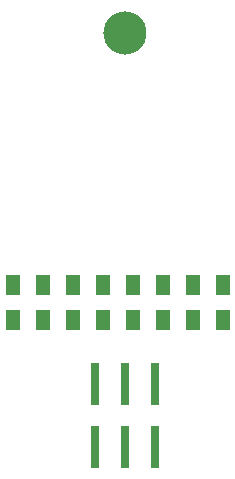
<source format=gbr>
G04 EAGLE Gerber RS-274X export*
G75*
%MOMM*%
%FSLAX34Y34*%
%LPD*%
%INSoldermask Bottom*%
%IPPOS*%
%AMOC8*
5,1,8,0,0,1.08239X$1,22.5*%
G01*
%ADD10C,3.657600*%
%ADD11R,1.200000X1.800000*%
%ADD12R,0.787400X3.556000*%


D10*
X0Y203200D03*
D11*
X82550Y-10410D03*
X82550Y-40390D03*
X-69850Y-10410D03*
X-69850Y-40390D03*
X-95250Y-10410D03*
X-95250Y-40390D03*
X57150Y-10410D03*
X57150Y-40390D03*
X6350Y-10410D03*
X6350Y-40390D03*
X31750Y-10410D03*
X31750Y-40390D03*
X-44450Y-10410D03*
X-44450Y-40390D03*
X-19050Y-10410D03*
X-19050Y-40390D03*
D12*
X25400Y-93980D03*
X25400Y-147320D03*
X0Y-93980D03*
X0Y-147320D03*
X-25400Y-93980D03*
X-25400Y-147320D03*
M02*

</source>
